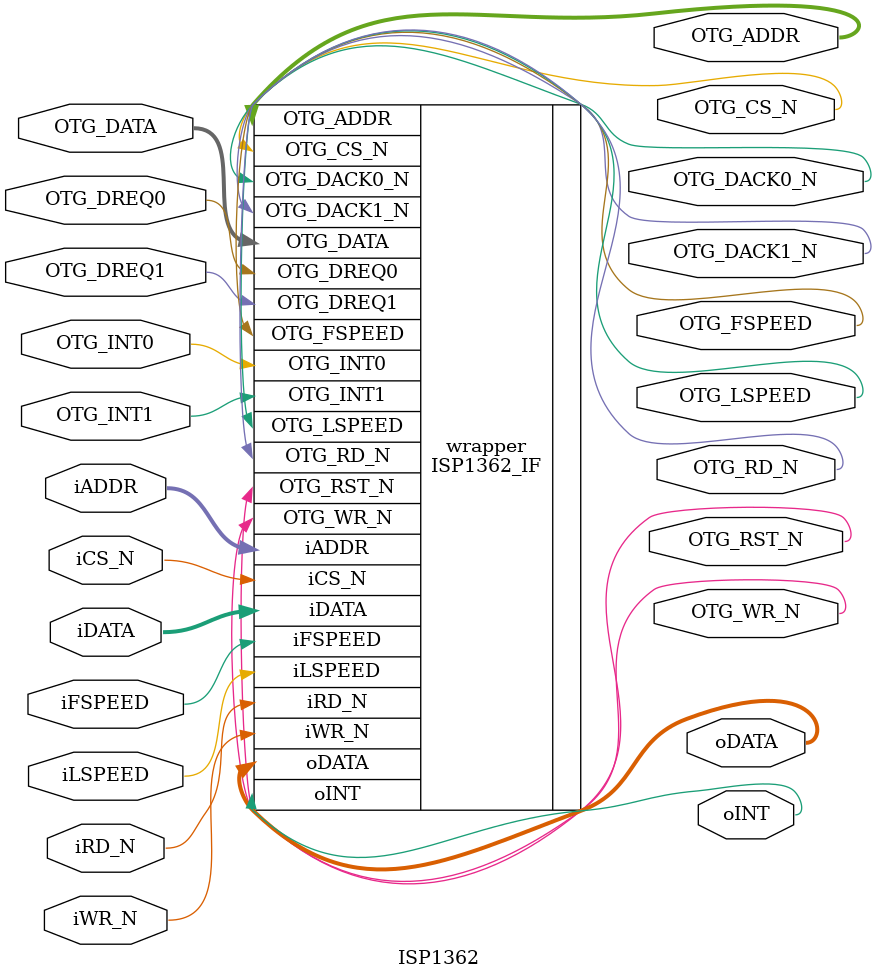
<source format=v>

`timescale 1ns / 1ps
// synthesis translate_on

// turn off superfluous verilog processor warnings 
// altera message_level Level1 
// altera message_off 10034 10035 10036 10037 10230 10240 10030 

module ISP1362 (
                 // inputs:
                  OTG_DREQ0,
                  OTG_DREQ1,
                  OTG_INT0,
                  OTG_INT1,
                  iADDR,
                  iCS_N,
                  iDATA,
                  iFSPEED,
                  iLSPEED,
                  iRD_N,
                  iWR_N,

                 // outputs:
                  OTG_ADDR,
                  OTG_CS_N,
                  OTG_DACK0_N,
                  OTG_DACK1_N,
                  OTG_DATA,
                  OTG_FSPEED,
                  OTG_LSPEED,
                  OTG_RD_N,
                  OTG_RST_N,
                  OTG_WR_N,
                  oDATA,
                  oINT
               )
;

  output  [  1: 0] OTG_ADDR;
  output           OTG_CS_N;
  output           OTG_DACK0_N;
  output           OTG_DACK1_N;
  inout   [ 15: 0] OTG_DATA;
  output           OTG_FSPEED;
  output           OTG_LSPEED;
  output           OTG_RD_N;
  output           OTG_RST_N;
  output           OTG_WR_N;
  output  [ 15: 0] oDATA;
  output           oINT;
  input            OTG_DREQ0;
  input            OTG_DREQ1;
  input            OTG_INT0;
  input            OTG_INT1;
  input   [  1: 0] iADDR;
  input            iCS_N;
  input   [ 15: 0] iDATA;
  input            iFSPEED;
  input            iLSPEED;
  input            iRD_N;
  input            iWR_N;

  wire    [  1: 0] OTG_ADDR;
  wire             OTG_CS_N;
  wire             OTG_DACK0_N;
  wire             OTG_DACK1_N;
  wire    [ 15: 0] OTG_DATA;
  wire             OTG_FSPEED;
  wire             OTG_LSPEED;
  wire             OTG_RD_N;
  wire             OTG_RST_N;
  wire             OTG_WR_N;
  wire    [ 15: 0] oDATA;
  wire             oINT;
  //wrapper, which is an e_instance
  ISP1362_IF wrapper
    (
      .OTG_ADDR    (OTG_ADDR),
      .OTG_CS_N    (OTG_CS_N),
      .OTG_DACK0_N (OTG_DACK0_N),
      .OTG_DACK1_N (OTG_DACK1_N),
      .OTG_DATA    (OTG_DATA),
      .OTG_DREQ0   (OTG_DREQ0),
      .OTG_DREQ1   (OTG_DREQ1),
      .OTG_FSPEED  (OTG_FSPEED),
      .OTG_INT0    (OTG_INT0),
      .OTG_INT1    (OTG_INT1),
      .OTG_LSPEED  (OTG_LSPEED),
      .OTG_RD_N    (OTG_RD_N),
      .OTG_RST_N   (OTG_RST_N),
      .OTG_WR_N    (OTG_WR_N),
      .iADDR       (iADDR),
      .iCS_N       (iCS_N),
      .iDATA       (iDATA),
      .iFSPEED     (iFSPEED),
      .iLSPEED     (iLSPEED),
      .iRD_N       (iRD_N),
      .iWR_N       (iWR_N),
      .oDATA       (oDATA),
      .oINT        (oINT)
    );


endmodule


</source>
